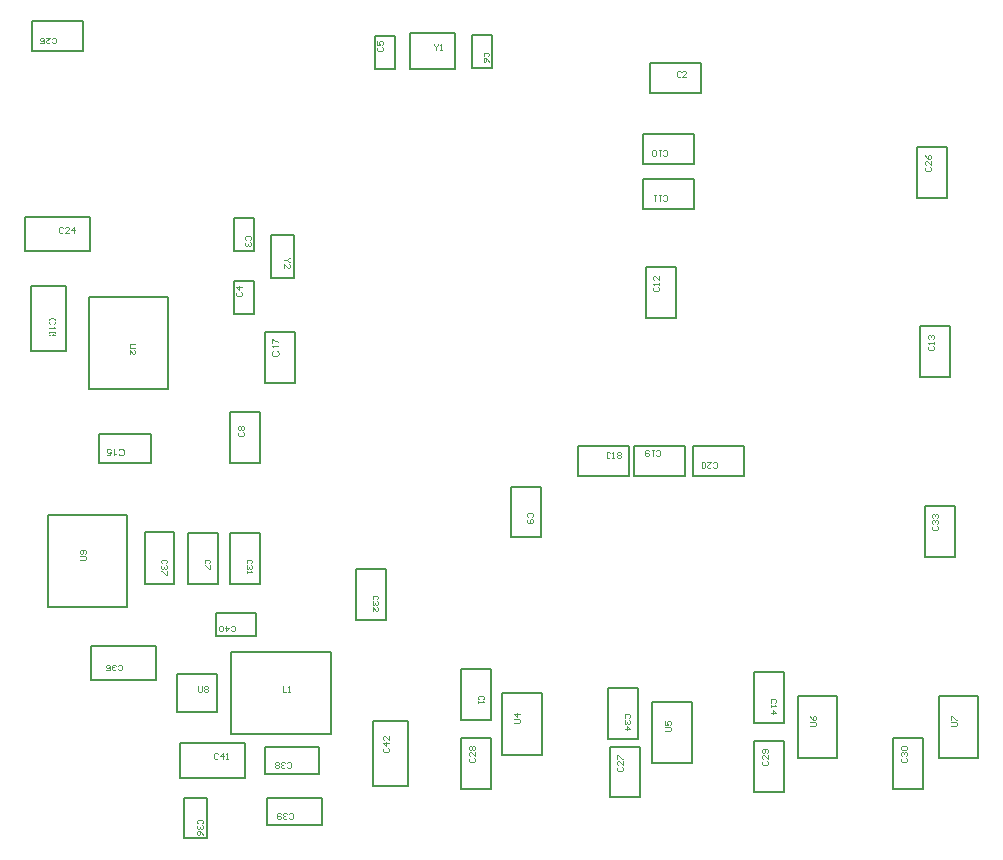
<source format=gbr>
G04*
G04 #@! TF.GenerationSoftware,Altium Limited,Altium Designer,24.2.2 (26)*
G04*
G04 Layer_Color=16711935*
%FSLAX44Y44*%
%MOMM*%
G71*
G04*
G04 #@! TF.SameCoordinates,251A4116-46B9-4EB5-9C36-AF9AACF17162*
G04*
G04*
G04 #@! TF.FilePolarity,Positive*
G04*
G01*
G75*
%ADD12C,0.2000*%
%ADD16C,0.1200*%
G36*
X229153Y484172D02*
X229172Y484153D01*
X229209Y484116D01*
X229264Y484079D01*
X229329Y484024D01*
X229403Y483950D01*
X229495Y483876D01*
X229606Y483793D01*
X229717Y483709D01*
X229846Y483608D01*
X229994Y483506D01*
X230142Y483404D01*
X230309Y483293D01*
X230485Y483182D01*
X230679Y483072D01*
X230873Y482961D01*
X230882Y482951D01*
X230919Y482933D01*
X230975Y482905D01*
X231058Y482859D01*
X231159Y482813D01*
X231270Y482757D01*
X231400Y482692D01*
X231548Y482628D01*
X231714Y482554D01*
X231880Y482471D01*
X232065Y482397D01*
X232260Y482323D01*
X232657Y482175D01*
X233083Y482036D01*
X233092D01*
X233119Y482027D01*
X233166Y482018D01*
X233221Y481999D01*
X233295Y481981D01*
X233388Y481962D01*
X233489Y481934D01*
X233600Y481916D01*
X233730Y481888D01*
X233868Y481860D01*
X234164Y481814D01*
X234488Y481768D01*
X234839Y481740D01*
Y480936D01*
X234830D01*
X234802D01*
X234765D01*
X234710Y480945D01*
X234636D01*
X234543Y480954D01*
X234442Y480964D01*
X234331Y480973D01*
X234201Y480991D01*
X234072Y481010D01*
X233915Y481037D01*
X233757Y481065D01*
X233591Y481093D01*
X233406Y481130D01*
X233027Y481222D01*
X233018D01*
X232981Y481232D01*
X232925Y481250D01*
X232842Y481278D01*
X232750Y481306D01*
X232639Y481343D01*
X232509Y481380D01*
X232371Y481435D01*
X232213Y481491D01*
X232056Y481546D01*
X231705Y481685D01*
X231335Y481851D01*
X230965Y482036D01*
X230956Y482045D01*
X230919Y482064D01*
X230873Y482091D01*
X230799Y482128D01*
X230716Y482175D01*
X230614Y482239D01*
X230503Y482304D01*
X230383Y482378D01*
X230115Y482554D01*
X229837Y482739D01*
X229551Y482951D01*
X229282Y483173D01*
Y480039D01*
X228524D01*
Y484181D01*
X229144D01*
X229153Y484172D01*
D02*
G37*
G36*
X234839Y477182D02*
X229837D01*
X229846Y477173D01*
X229883Y477127D01*
X229939Y477071D01*
X230004Y476979D01*
X230087Y476877D01*
X230179Y476748D01*
X230281Y476600D01*
X230383Y476433D01*
Y476424D01*
X230392Y476415D01*
X230429Y476359D01*
X230475Y476267D01*
X230531Y476156D01*
X230595Y476026D01*
X230660Y475888D01*
X230725Y475749D01*
X230780Y475610D01*
X230022D01*
Y475620D01*
X230004Y475638D01*
X229994Y475675D01*
X229967Y475721D01*
X229939Y475777D01*
X229902Y475841D01*
X229809Y475999D01*
X229708Y476184D01*
X229578Y476368D01*
X229431Y476563D01*
X229273Y476757D01*
X229264Y476766D01*
X229255Y476775D01*
X229227Y476803D01*
X229199Y476840D01*
X229107Y476923D01*
X228996Y477034D01*
X228867Y477145D01*
X228718Y477265D01*
X228571Y477367D01*
X228413Y477459D01*
Y477968D01*
X234839D01*
Y477182D01*
D02*
G37*
G36*
X232861Y474279D02*
X232916Y474260D01*
X232990Y474233D01*
X233073Y474205D01*
X233175Y474168D01*
X233286Y474122D01*
X233406Y474066D01*
X233665Y473937D01*
X233924Y473770D01*
X234053Y473669D01*
X234183Y473567D01*
X234294Y473456D01*
X234405Y473327D01*
X234414Y473317D01*
X234432Y473299D01*
X234451Y473253D01*
X234488Y473206D01*
X234534Y473133D01*
X234580Y473059D01*
X234627Y472957D01*
X234673Y472855D01*
X234728Y472735D01*
X234774Y472606D01*
X234821Y472467D01*
X234867Y472319D01*
X234904Y472162D01*
X234922Y471995D01*
X234941Y471820D01*
X234950Y471635D01*
Y471533D01*
X234941Y471459D01*
Y471376D01*
X234932Y471274D01*
X234913Y471163D01*
X234895Y471034D01*
X234848Y470766D01*
X234774Y470488D01*
X234673Y470211D01*
X234608Y470081D01*
X234534Y469952D01*
X234525Y469943D01*
X234515Y469924D01*
X234488Y469887D01*
X234451Y469850D01*
X234414Y469795D01*
X234358Y469730D01*
X234294Y469656D01*
X234220Y469582D01*
X234137Y469508D01*
X234053Y469425D01*
X233841Y469259D01*
X233591Y469101D01*
X233314Y468963D01*
X233304D01*
X233277Y468944D01*
X233230Y468935D01*
X233175Y468907D01*
X233101Y468889D01*
X233008Y468861D01*
X232907Y468824D01*
X232796Y468796D01*
X232676Y468769D01*
X232537Y468732D01*
X232250Y468685D01*
X231927Y468648D01*
X231594Y468630D01*
X231585D01*
X231548D01*
X231492D01*
X231427Y468639D01*
X231335D01*
X231243Y468648D01*
X231122Y468658D01*
X231002Y468676D01*
X230734Y468722D01*
X230438Y468787D01*
X230142Y468880D01*
X229856Y469009D01*
X229846Y469018D01*
X229819Y469027D01*
X229782Y469046D01*
X229736Y469083D01*
X229671Y469120D01*
X229597Y469166D01*
X229431Y469286D01*
X229245Y469444D01*
X229061Y469628D01*
X228876Y469841D01*
X228718Y470091D01*
X228709Y470100D01*
X228700Y470128D01*
X228682Y470165D01*
X228654Y470211D01*
X228626Y470285D01*
X228598Y470359D01*
X228561Y470451D01*
X228524Y470553D01*
X228487Y470664D01*
X228450Y470784D01*
X228395Y471043D01*
X228349Y471339D01*
X228330Y471644D01*
Y471736D01*
X228340Y471801D01*
X228349Y471884D01*
X228358Y471986D01*
X228367Y472088D01*
X228395Y472208D01*
X228450Y472458D01*
X228534Y472735D01*
X228589Y472874D01*
X228654Y473003D01*
X228737Y473133D01*
X228820Y473262D01*
X228829Y473271D01*
X228839Y473290D01*
X228867Y473327D01*
X228913Y473373D01*
X228959Y473419D01*
X229024Y473484D01*
X229098Y473549D01*
X229172Y473623D01*
X229264Y473697D01*
X229375Y473770D01*
X229486Y473854D01*
X229606Y473928D01*
X229745Y473992D01*
X229883Y474066D01*
X230031Y474122D01*
X230198Y474177D01*
X230392Y473345D01*
X230383D01*
X230364Y473336D01*
X230327Y473317D01*
X230281Y473299D01*
X230226Y473280D01*
X230152Y473253D01*
X230004Y473179D01*
X229837Y473086D01*
X229671Y472975D01*
X229514Y472837D01*
X229375Y472689D01*
X229356Y472670D01*
X229319Y472615D01*
X229273Y472522D01*
X229209Y472402D01*
X229153Y472245D01*
X229098Y472069D01*
X229061Y471857D01*
X229051Y471625D01*
Y471552D01*
X229061Y471505D01*
Y471441D01*
X229070Y471367D01*
X229098Y471191D01*
X229135Y470997D01*
X229199Y470793D01*
X229292Y470581D01*
X229412Y470387D01*
Y470377D01*
X229431Y470368D01*
X229477Y470303D01*
X229551Y470220D01*
X229662Y470118D01*
X229800Y469998D01*
X229958Y469887D01*
X230152Y469786D01*
X230364Y469693D01*
X230373D01*
X230392Y469684D01*
X230420Y469675D01*
X230466Y469665D01*
X230521Y469647D01*
X230586Y469628D01*
X230743Y469601D01*
X230928Y469564D01*
X231132Y469527D01*
X231353Y469508D01*
X231594Y469499D01*
X231603D01*
X231631D01*
X231677D01*
X231733D01*
X231797Y469508D01*
X231880D01*
X231973Y469518D01*
X232075Y469527D01*
X232297Y469554D01*
X232537Y469601D01*
X232777Y469656D01*
X233018Y469730D01*
X233027D01*
X233046Y469739D01*
X233073Y469758D01*
X233119Y469776D01*
X233230Y469832D01*
X233360Y469915D01*
X233508Y470017D01*
X233665Y470146D01*
X233804Y470294D01*
X233933Y470470D01*
Y470479D01*
X233942Y470498D01*
X233961Y470525D01*
X233979Y470562D01*
X233998Y470608D01*
X234025Y470664D01*
X234081Y470793D01*
X234137Y470960D01*
X234183Y471145D01*
X234220Y471348D01*
X234229Y471561D01*
Y471625D01*
X234220Y471681D01*
Y471746D01*
X234210Y471810D01*
X234173Y471977D01*
X234127Y472171D01*
X234053Y472365D01*
X233952Y472569D01*
X233896Y472670D01*
X233822Y472763D01*
X233813Y472772D01*
X233804Y472781D01*
X233776Y472809D01*
X233748Y472846D01*
X233702Y472883D01*
X233646Y472929D01*
X233591Y472985D01*
X233517Y473031D01*
X233434Y473086D01*
X233341Y473151D01*
X233249Y473206D01*
X233138Y473262D01*
X233018Y473308D01*
X232888Y473354D01*
X232750Y473401D01*
X232602Y473438D01*
X232814Y474288D01*
X232824D01*
X232861Y474279D01*
D02*
G37*
G36*
X90882Y391151D02*
X90956Y391142D01*
X91039Y391132D01*
X91141Y391123D01*
X91243Y391095D01*
X91474Y391040D01*
X91705Y390957D01*
X91825Y390901D01*
X91945Y390836D01*
X92056Y390762D01*
X92167Y390679D01*
X92176Y390670D01*
X92195Y390661D01*
X92213Y390624D01*
X92250Y390587D01*
X92296Y390541D01*
X92343Y390485D01*
X92398Y390411D01*
X92444Y390328D01*
X92500Y390245D01*
X92555Y390143D01*
X92657Y389921D01*
X92740Y389662D01*
X92768Y389524D01*
X92787Y389376D01*
X91964Y389311D01*
Y389320D01*
Y389339D01*
X91954Y389366D01*
X91945Y389413D01*
X91917Y389514D01*
X91880Y389653D01*
X91825Y389792D01*
X91751Y389949D01*
X91658Y390088D01*
X91548Y390217D01*
X91529Y390226D01*
X91492Y390263D01*
X91418Y390309D01*
X91316Y390365D01*
X91206Y390420D01*
X91067Y390467D01*
X90910Y390504D01*
X90734Y390513D01*
X90679D01*
X90641Y390504D01*
X90531Y390494D01*
X90401Y390457D01*
X90244Y390411D01*
X90087Y390337D01*
X89920Y390226D01*
X89846Y390162D01*
X89772Y390088D01*
X89763Y390078D01*
X89754Y390069D01*
X89735Y390041D01*
X89708Y390014D01*
X89643Y389912D01*
X89569Y389782D01*
X89504Y389625D01*
X89440Y389431D01*
X89393Y389200D01*
X89375Y389080D01*
Y388950D01*
Y388941D01*
Y388923D01*
Y388886D01*
X89384Y388839D01*
Y388784D01*
X89393Y388719D01*
X89421Y388571D01*
X89467Y388396D01*
X89532Y388220D01*
X89625Y388054D01*
X89754Y387896D01*
Y387887D01*
X89772Y387878D01*
X89819Y387832D01*
X89902Y387767D01*
X90013Y387693D01*
X90161Y387628D01*
X90327Y387564D01*
X90521Y387517D01*
X90632Y387499D01*
X90808D01*
X90882Y387508D01*
X90974Y387517D01*
X91085Y387545D01*
X91196Y387573D01*
X91316Y387619D01*
X91437Y387674D01*
X91446Y387684D01*
X91483Y387702D01*
X91538Y387748D01*
X91612Y387795D01*
X91686Y387859D01*
X91760Y387943D01*
X91843Y388026D01*
X91908Y388128D01*
X92648Y388026D01*
X92028Y384734D01*
X88848D01*
Y385483D01*
X91409D01*
X91751Y387212D01*
X91742Y387203D01*
X91723Y387194D01*
X91695Y387175D01*
X91649Y387147D01*
X91594Y387120D01*
X91529Y387083D01*
X91381Y387009D01*
X91196Y386935D01*
X90993Y386870D01*
X90771Y386824D01*
X90660Y386805D01*
X90457D01*
X90401Y386815D01*
X90327Y386824D01*
X90244Y386833D01*
X90152Y386852D01*
X90050Y386879D01*
X89828Y386944D01*
X89708Y386990D01*
X89587Y387055D01*
X89467Y387120D01*
X89347Y387194D01*
X89236Y387286D01*
X89125Y387388D01*
X89116Y387397D01*
X89097Y387416D01*
X89070Y387443D01*
X89033Y387490D01*
X88987Y387554D01*
X88940Y387619D01*
X88885Y387702D01*
X88829Y387795D01*
X88783Y387896D01*
X88728Y388007D01*
X88681Y388137D01*
X88635Y388266D01*
X88598Y388405D01*
X88570Y388562D01*
X88552Y388719D01*
X88543Y388886D01*
Y388895D01*
Y388923D01*
Y388969D01*
X88552Y389034D01*
X88561Y389108D01*
X88570Y389191D01*
X88589Y389292D01*
X88608Y389394D01*
X88663Y389635D01*
X88755Y389884D01*
X88811Y390014D01*
X88885Y390134D01*
X88959Y390263D01*
X89051Y390383D01*
X89060Y390393D01*
X89079Y390420D01*
X89116Y390457D01*
X89162Y390504D01*
X89227Y390559D01*
X89301Y390633D01*
X89393Y390698D01*
X89495Y390772D01*
X89606Y390846D01*
X89735Y390910D01*
X89874Y390975D01*
X90022Y391040D01*
X90179Y391086D01*
X90355Y391123D01*
X90540Y391151D01*
X90734Y391160D01*
X90817D01*
X90882Y391151D01*
D02*
G37*
G36*
X101311D02*
X101394D01*
X101496Y391142D01*
X101607Y391123D01*
X101736Y391105D01*
X102004Y391058D01*
X102282Y390984D01*
X102559Y390883D01*
X102689Y390818D01*
X102818Y390744D01*
X102827Y390735D01*
X102846Y390726D01*
X102883Y390698D01*
X102920Y390661D01*
X102975Y390624D01*
X103040Y390568D01*
X103114Y390504D01*
X103188Y390430D01*
X103262Y390346D01*
X103345Y390263D01*
X103511Y390051D01*
X103669Y389801D01*
X103807Y389524D01*
Y389514D01*
X103826Y389487D01*
X103835Y389440D01*
X103863Y389385D01*
X103881Y389311D01*
X103909Y389218D01*
X103946Y389117D01*
X103974Y389006D01*
X104001Y388886D01*
X104038Y388747D01*
X104085Y388460D01*
X104122Y388137D01*
X104140Y387804D01*
Y387795D01*
Y387758D01*
Y387702D01*
X104131Y387637D01*
Y387545D01*
X104122Y387453D01*
X104112Y387332D01*
X104094Y387212D01*
X104048Y386944D01*
X103983Y386648D01*
X103890Y386352D01*
X103761Y386066D01*
X103752Y386057D01*
X103743Y386029D01*
X103724Y385992D01*
X103687Y385946D01*
X103650Y385881D01*
X103604Y385807D01*
X103484Y385640D01*
X103327Y385456D01*
X103142Y385271D01*
X102929Y385086D01*
X102679Y384929D01*
X102670Y384919D01*
X102642Y384910D01*
X102605Y384892D01*
X102559Y384864D01*
X102485Y384836D01*
X102411Y384808D01*
X102319Y384771D01*
X102217Y384734D01*
X102106Y384697D01*
X101986Y384660D01*
X101727Y384605D01*
X101431Y384559D01*
X101126Y384540D01*
X101034D01*
X100969Y384549D01*
X100886Y384559D01*
X100784Y384568D01*
X100682Y384577D01*
X100562Y384605D01*
X100312Y384660D01*
X100035Y384744D01*
X99896Y384799D01*
X99767Y384864D01*
X99637Y384947D01*
X99508Y385030D01*
X99499Y385039D01*
X99480Y385049D01*
X99443Y385076D01*
X99397Y385123D01*
X99351Y385169D01*
X99286Y385234D01*
X99221Y385308D01*
X99148Y385382D01*
X99073Y385474D01*
X99000Y385585D01*
X98916Y385696D01*
X98842Y385816D01*
X98778Y385955D01*
X98704Y386093D01*
X98648Y386241D01*
X98593Y386408D01*
X99425Y386602D01*
Y386593D01*
X99434Y386574D01*
X99453Y386537D01*
X99471Y386491D01*
X99489Y386436D01*
X99517Y386362D01*
X99591Y386214D01*
X99684Y386047D01*
X99795Y385881D01*
X99933Y385724D01*
X100081Y385585D01*
X100100Y385566D01*
X100155Y385530D01*
X100248Y385483D01*
X100368Y385419D01*
X100525Y385363D01*
X100701Y385308D01*
X100913Y385271D01*
X101145Y385261D01*
X101219D01*
X101265Y385271D01*
X101329D01*
X101403Y385280D01*
X101579Y385308D01*
X101773Y385345D01*
X101977Y385409D01*
X102189Y385502D01*
X102383Y385622D01*
X102393D01*
X102402Y385640D01*
X102467Y385687D01*
X102550Y385761D01*
X102652Y385872D01*
X102772Y386010D01*
X102883Y386167D01*
X102984Y386362D01*
X103077Y386574D01*
Y386584D01*
X103086Y386602D01*
X103095Y386630D01*
X103105Y386676D01*
X103123Y386731D01*
X103142Y386796D01*
X103169Y386953D01*
X103206Y387138D01*
X103243Y387342D01*
X103262Y387564D01*
X103271Y387804D01*
Y387813D01*
Y387841D01*
Y387887D01*
Y387943D01*
X103262Y388007D01*
Y388091D01*
X103252Y388183D01*
X103243Y388285D01*
X103216Y388507D01*
X103169Y388747D01*
X103114Y388987D01*
X103040Y389228D01*
Y389237D01*
X103031Y389255D01*
X103012Y389283D01*
X102994Y389329D01*
X102938Y389440D01*
X102855Y389570D01*
X102753Y389718D01*
X102624Y389875D01*
X102476Y390014D01*
X102300Y390143D01*
X102291D01*
X102273Y390152D01*
X102245Y390171D01*
X102208Y390189D01*
X102162Y390208D01*
X102106Y390235D01*
X101977Y390291D01*
X101810Y390346D01*
X101625Y390393D01*
X101422Y390430D01*
X101209Y390439D01*
X101145D01*
X101089Y390430D01*
X101024D01*
X100960Y390420D01*
X100793Y390383D01*
X100599Y390337D01*
X100405Y390263D01*
X100202Y390162D01*
X100100Y390106D01*
X100007Y390032D01*
X99998Y390023D01*
X99989Y390014D01*
X99961Y389986D01*
X99924Y389958D01*
X99887Y389912D01*
X99841Y389856D01*
X99785Y389801D01*
X99739Y389727D01*
X99684Y389644D01*
X99619Y389551D01*
X99564Y389459D01*
X99508Y389348D01*
X99462Y389228D01*
X99416Y389098D01*
X99369Y388960D01*
X99332Y388812D01*
X98482Y389024D01*
Y389034D01*
X98491Y389071D01*
X98510Y389126D01*
X98537Y389200D01*
X98565Y389283D01*
X98602Y389385D01*
X98648Y389496D01*
X98704Y389616D01*
X98833Y389875D01*
X99000Y390134D01*
X99101Y390263D01*
X99203Y390393D01*
X99314Y390504D01*
X99443Y390615D01*
X99453Y390624D01*
X99471Y390642D01*
X99517Y390661D01*
X99564Y390698D01*
X99637Y390744D01*
X99711Y390790D01*
X99813Y390836D01*
X99915Y390883D01*
X100035Y390938D01*
X100164Y390984D01*
X100303Y391031D01*
X100451Y391077D01*
X100608Y391114D01*
X100775Y391132D01*
X100950Y391151D01*
X101135Y391160D01*
X101237D01*
X101311Y391151D01*
D02*
G37*
G36*
X95588Y386047D02*
X95597Y386057D01*
X95643Y386093D01*
X95699Y386149D01*
X95791Y386214D01*
X95893Y386297D01*
X96022Y386389D01*
X96170Y386491D01*
X96337Y386593D01*
X96346D01*
X96355Y386602D01*
X96411Y386639D01*
X96503Y386685D01*
X96614Y386741D01*
X96744Y386805D01*
X96882Y386870D01*
X97021Y386935D01*
X97160Y386990D01*
Y386232D01*
X97150D01*
X97132Y386214D01*
X97095Y386204D01*
X97049Y386177D01*
X96993Y386149D01*
X96929Y386112D01*
X96771Y386020D01*
X96586Y385918D01*
X96402Y385788D01*
X96207Y385640D01*
X96013Y385483D01*
X96004Y385474D01*
X95995Y385465D01*
X95967Y385437D01*
X95930Y385409D01*
X95847Y385317D01*
X95736Y385206D01*
X95625Y385076D01*
X95505Y384929D01*
X95403Y384781D01*
X95310Y384623D01*
X94802D01*
Y391049D01*
X95588D01*
Y386047D01*
D02*
G37*
G36*
X42892Y501641D02*
X42985D01*
X43077Y501632D01*
X43198Y501622D01*
X43318Y501604D01*
X43586Y501558D01*
X43882Y501493D01*
X44178Y501400D01*
X44464Y501271D01*
X44473Y501262D01*
X44501Y501253D01*
X44538Y501234D01*
X44584Y501197D01*
X44649Y501160D01*
X44723Y501114D01*
X44889Y500994D01*
X45074Y500836D01*
X45259Y500652D01*
X45444Y500439D01*
X45601Y500189D01*
X45611Y500180D01*
X45620Y500152D01*
X45638Y500115D01*
X45666Y500069D01*
X45694Y499995D01*
X45722Y499921D01*
X45759Y499829D01*
X45796Y499727D01*
X45833Y499616D01*
X45869Y499496D01*
X45925Y499237D01*
X45971Y498941D01*
X45990Y498636D01*
Y498544D01*
X45981Y498479D01*
X45971Y498396D01*
X45962Y498294D01*
X45953Y498192D01*
X45925Y498072D01*
X45869Y497822D01*
X45786Y497545D01*
X45731Y497406D01*
X45666Y497277D01*
X45583Y497147D01*
X45500Y497018D01*
X45490Y497009D01*
X45481Y496990D01*
X45454Y496953D01*
X45407Y496907D01*
X45361Y496861D01*
X45296Y496796D01*
X45222Y496731D01*
X45148Y496657D01*
X45056Y496584D01*
X44945Y496510D01*
X44834Y496426D01*
X44714Y496352D01*
X44575Y496288D01*
X44436Y496214D01*
X44289Y496158D01*
X44122Y496103D01*
X43928Y496935D01*
X43937D01*
X43956Y496944D01*
X43993Y496963D01*
X44039Y496981D01*
X44094Y497000D01*
X44168Y497027D01*
X44316Y497101D01*
X44483Y497194D01*
X44649Y497305D01*
X44806Y497443D01*
X44945Y497591D01*
X44963Y497610D01*
X45000Y497665D01*
X45047Y497758D01*
X45111Y497878D01*
X45167Y498035D01*
X45222Y498211D01*
X45259Y498423D01*
X45269Y498655D01*
Y498728D01*
X45259Y498775D01*
Y498839D01*
X45250Y498913D01*
X45222Y499089D01*
X45185Y499283D01*
X45121Y499487D01*
X45028Y499699D01*
X44908Y499893D01*
Y499903D01*
X44889Y499912D01*
X44843Y499977D01*
X44769Y500060D01*
X44658Y500162D01*
X44520Y500282D01*
X44363Y500393D01*
X44168Y500494D01*
X43956Y500587D01*
X43946D01*
X43928Y500596D01*
X43900Y500605D01*
X43854Y500615D01*
X43798Y500633D01*
X43734Y500652D01*
X43577Y500679D01*
X43392Y500716D01*
X43188Y500753D01*
X42966Y500772D01*
X42726Y500781D01*
X42717D01*
X42689D01*
X42643D01*
X42587D01*
X42523Y500772D01*
X42439D01*
X42347Y500762D01*
X42245Y500753D01*
X42023Y500726D01*
X41783Y500679D01*
X41543Y500624D01*
X41302Y500550D01*
X41293D01*
X41274Y500541D01*
X41247Y500522D01*
X41200Y500504D01*
X41090Y500448D01*
X40960Y500365D01*
X40812Y500263D01*
X40655Y500134D01*
X40516Y499986D01*
X40387Y499810D01*
Y499801D01*
X40378Y499782D01*
X40359Y499755D01*
X40341Y499718D01*
X40322Y499672D01*
X40294Y499616D01*
X40239Y499487D01*
X40184Y499320D01*
X40137Y499135D01*
X40100Y498932D01*
X40091Y498719D01*
Y498655D01*
X40100Y498599D01*
Y498534D01*
X40110Y498470D01*
X40146Y498303D01*
X40193Y498109D01*
X40267Y497915D01*
X40368Y497711D01*
X40424Y497610D01*
X40498Y497517D01*
X40507Y497508D01*
X40516Y497499D01*
X40544Y497471D01*
X40572Y497434D01*
X40618Y497397D01*
X40673Y497351D01*
X40729Y497295D01*
X40803Y497249D01*
X40886Y497194D01*
X40979Y497129D01*
X41071Y497074D01*
X41182Y497018D01*
X41302Y496972D01*
X41432Y496926D01*
X41570Y496879D01*
X41718Y496842D01*
X41506Y495992D01*
X41496D01*
X41459Y496001D01*
X41404Y496020D01*
X41330Y496047D01*
X41247Y496075D01*
X41145Y496112D01*
X41034Y496158D01*
X40914Y496214D01*
X40655Y496343D01*
X40396Y496510D01*
X40267Y496611D01*
X40137Y496713D01*
X40026Y496824D01*
X39915Y496953D01*
X39906Y496963D01*
X39888Y496981D01*
X39869Y497027D01*
X39832Y497074D01*
X39786Y497147D01*
X39740Y497221D01*
X39694Y497323D01*
X39647Y497425D01*
X39592Y497545D01*
X39546Y497674D01*
X39499Y497813D01*
X39453Y497961D01*
X39416Y498118D01*
X39398Y498285D01*
X39379Y498460D01*
X39370Y498645D01*
Y498747D01*
X39379Y498821D01*
Y498904D01*
X39388Y499006D01*
X39407Y499117D01*
X39425Y499246D01*
X39472Y499514D01*
X39546Y499792D01*
X39647Y500069D01*
X39712Y500199D01*
X39786Y500328D01*
X39795Y500337D01*
X39804Y500356D01*
X39832Y500393D01*
X39869Y500430D01*
X39906Y500485D01*
X39962Y500550D01*
X40026Y500624D01*
X40100Y500698D01*
X40184Y500772D01*
X40267Y500855D01*
X40479Y501021D01*
X40729Y501179D01*
X41006Y501317D01*
X41016D01*
X41043Y501336D01*
X41090Y501345D01*
X41145Y501373D01*
X41219Y501391D01*
X41311Y501419D01*
X41413Y501456D01*
X41524Y501484D01*
X41644Y501511D01*
X41783Y501548D01*
X42070Y501595D01*
X42393Y501632D01*
X42726Y501650D01*
X42735D01*
X42772D01*
X42828D01*
X42892Y501641D01*
D02*
G37*
G36*
X44298Y494660D02*
X44316Y494642D01*
X44325Y494605D01*
X44353Y494559D01*
X44381Y494503D01*
X44418Y494439D01*
X44510Y494281D01*
X44612Y494096D01*
X44742Y493912D01*
X44889Y493717D01*
X45047Y493523D01*
X45056Y493514D01*
X45065Y493505D01*
X45093Y493477D01*
X45121Y493440D01*
X45213Y493357D01*
X45324Y493246D01*
X45454Y493135D01*
X45601Y493015D01*
X45749Y492913D01*
X45907Y492821D01*
Y492312D01*
X39481D01*
Y493098D01*
X44483D01*
X44473Y493107D01*
X44436Y493153D01*
X44381Y493209D01*
X44316Y493301D01*
X44233Y493403D01*
X44141Y493532D01*
X44039Y493680D01*
X43937Y493847D01*
Y493856D01*
X43928Y493865D01*
X43891Y493921D01*
X43845Y494013D01*
X43789Y494124D01*
X43725Y494254D01*
X43660Y494392D01*
X43595Y494531D01*
X43540Y494670D01*
X44298D01*
Y494660D01*
D02*
G37*
G36*
X42643Y490324D02*
X42772D01*
X42920Y490315D01*
X43096Y490297D01*
X43290Y490278D01*
X43503Y490250D01*
X43715Y490213D01*
X43946Y490167D01*
X44168Y490112D01*
X44390Y490047D01*
X44603Y489964D01*
X44806Y489871D01*
X45000Y489770D01*
X45167Y489649D01*
X45176Y489640D01*
X45195Y489622D01*
X45232Y489585D01*
X45287Y489538D01*
X45342Y489483D01*
X45398Y489409D01*
X45472Y489316D01*
X45537Y489224D01*
X45601Y489113D01*
X45675Y488993D01*
X45731Y488854D01*
X45796Y488716D01*
X45842Y488558D01*
X45879Y488392D01*
X45897Y488216D01*
X45907Y488031D01*
Y487957D01*
X45897Y487902D01*
Y487837D01*
X45888Y487763D01*
X45851Y487588D01*
X45805Y487393D01*
X45731Y487190D01*
X45620Y486987D01*
X45555Y486885D01*
X45481Y486792D01*
X45472Y486783D01*
X45463Y486774D01*
X45435Y486746D01*
X45407Y486718D01*
X45361Y486672D01*
X45306Y486635D01*
X45176Y486534D01*
X45010Y486432D01*
X44806Y486339D01*
X44575Y486256D01*
X44316Y486201D01*
X44251Y486987D01*
X44261D01*
X44270Y486996D01*
X44325Y487005D01*
X44409Y487033D01*
X44510Y487070D01*
X44621Y487107D01*
X44732Y487162D01*
X44834Y487227D01*
X44917Y487292D01*
X44936Y487310D01*
X44973Y487347D01*
X45028Y487412D01*
X45093Y487504D01*
X45148Y487625D01*
X45204Y487754D01*
X45241Y487911D01*
X45259Y488078D01*
Y488142D01*
X45250Y488216D01*
X45232Y488299D01*
X45204Y488410D01*
X45167Y488521D01*
X45121Y488632D01*
X45047Y488743D01*
X45037Y488762D01*
X45000Y488808D01*
X44936Y488873D01*
X44843Y488956D01*
X44732Y489048D01*
X44603Y489150D01*
X44436Y489243D01*
X44251Y489335D01*
X44242D01*
X44224Y489344D01*
X44196Y489353D01*
X44159Y489372D01*
X44104Y489381D01*
X44039Y489400D01*
X43965Y489418D01*
X43872Y489437D01*
X43771Y489464D01*
X43660Y489483D01*
X43540Y489501D01*
X43410Y489511D01*
X43262Y489529D01*
X43114Y489538D01*
X42948Y489548D01*
X42782D01*
X42791Y489538D01*
X42846Y489501D01*
X42920Y489437D01*
X43013Y489353D01*
X43124Y489261D01*
X43225Y489141D01*
X43327Y489011D01*
X43419Y488863D01*
Y488854D01*
X43429Y488845D01*
X43456Y488789D01*
X43484Y488706D01*
X43530Y488595D01*
X43567Y488466D01*
X43595Y488318D01*
X43623Y488161D01*
X43632Y487994D01*
Y487920D01*
X43623Y487865D01*
X43614Y487791D01*
X43604Y487717D01*
X43586Y487625D01*
X43558Y487532D01*
X43493Y487319D01*
X43447Y487208D01*
X43383Y487098D01*
X43318Y486987D01*
X43244Y486866D01*
X43151Y486755D01*
X43050Y486654D01*
X43040Y486645D01*
X43022Y486626D01*
X42994Y486598D01*
X42948Y486571D01*
X42883Y486524D01*
X42818Y486478D01*
X42735Y486432D01*
X42643Y486376D01*
X42541Y486321D01*
X42430Y486275D01*
X42301Y486228D01*
X42171Y486182D01*
X42033Y486155D01*
X41875Y486127D01*
X41718Y486108D01*
X41552Y486099D01*
X41543D01*
X41524D01*
X41496D01*
X41450D01*
X41395Y486108D01*
X41339D01*
X41191Y486136D01*
X41016Y486164D01*
X40831Y486210D01*
X40627Y486275D01*
X40433Y486367D01*
X40424D01*
X40415Y486376D01*
X40387Y486395D01*
X40350Y486413D01*
X40258Y486469D01*
X40137Y486552D01*
X40008Y486654D01*
X39878Y486774D01*
X39749Y486922D01*
X39638Y487079D01*
Y487088D01*
X39629Y487098D01*
X39610Y487125D01*
X39601Y487162D01*
X39555Y487255D01*
X39509Y487375D01*
X39453Y487532D01*
X39416Y487708D01*
X39379Y487902D01*
X39370Y488115D01*
Y488161D01*
X39379Y488207D01*
Y488281D01*
X39388Y488364D01*
X39407Y488457D01*
X39435Y488568D01*
X39462Y488679D01*
X39499Y488808D01*
X39546Y488937D01*
X39601Y489067D01*
X39675Y489206D01*
X39758Y489335D01*
X39851Y489464D01*
X39962Y489594D01*
X40091Y489714D01*
X40100Y489723D01*
X40128Y489742D01*
X40165Y489770D01*
X40230Y489807D01*
X40313Y489862D01*
X40405Y489908D01*
X40526Y489964D01*
X40655Y490019D01*
X40812Y490084D01*
X40988Y490139D01*
X41182Y490186D01*
X41395Y490232D01*
X41635Y490278D01*
X41894Y490306D01*
X42171Y490324D01*
X42467Y490334D01*
X42476D01*
X42486D01*
X42513D01*
X42550D01*
X42643Y490324D01*
D02*
G37*
%LPC*%
G36*
X41552Y489427D02*
X41533D01*
X41487D01*
X41404Y489418D01*
X41302Y489409D01*
X41182Y489390D01*
X41053Y489353D01*
X40914Y489316D01*
X40775Y489261D01*
X40757Y489252D01*
X40711Y489224D01*
X40646Y489187D01*
X40563Y489132D01*
X40479Y489067D01*
X40378Y488984D01*
X40294Y488891D01*
X40211Y488780D01*
X40202Y488762D01*
X40184Y488725D01*
X40146Y488660D01*
X40119Y488577D01*
X40082Y488484D01*
X40045Y488373D01*
X40026Y488253D01*
X40017Y488124D01*
Y488078D01*
X40026Y488041D01*
X40036Y487948D01*
X40063Y487828D01*
X40119Y487699D01*
X40184Y487551D01*
X40285Y487403D01*
X40341Y487329D01*
X40415Y487264D01*
X40424D01*
X40433Y487245D01*
X40489Y487208D01*
X40581Y487153D01*
X40701Y487079D01*
X40858Y487014D01*
X41043Y486959D01*
X41256Y486922D01*
X41506Y486903D01*
X41515D01*
X41533D01*
X41570D01*
X41617Y486913D01*
X41672D01*
X41737Y486922D01*
X41885Y486950D01*
X42051Y486987D01*
X42227Y487051D01*
X42393Y487144D01*
X42550Y487264D01*
X42569Y487282D01*
X42615Y487329D01*
X42671Y487403D01*
X42744Y487504D01*
X42818Y487634D01*
X42874Y487782D01*
X42920Y487957D01*
X42939Y488152D01*
Y488207D01*
X42929Y488244D01*
X42920Y488336D01*
X42892Y488466D01*
X42846Y488605D01*
X42772Y488762D01*
X42680Y488910D01*
X42550Y489058D01*
X42532Y489076D01*
X42486Y489113D01*
X42402Y489178D01*
X42282Y489243D01*
X42144Y489307D01*
X41968Y489372D01*
X41774Y489409D01*
X41552Y489427D01*
D02*
G37*
%LPD*%
D12*
X19459Y587301D02*
X74521D01*
Y558239D02*
Y587301D01*
X19459Y558239D02*
X74521D01*
X19459D02*
Y587301D01*
X140180Y441829D02*
Y519871D01*
X73180Y441829D02*
X140180D01*
X73180D02*
Y519871D01*
X140180D01*
X315350Y712560D02*
Y740560D01*
X332350D01*
Y712560D02*
Y740560D01*
X315350Y712560D02*
X332350D01*
X414900Y713710D02*
Y741710D01*
X397900Y713710D02*
X414900D01*
X397900D02*
Y741710D01*
X414900D01*
X548331Y717631D02*
X591393D01*
Y692069D02*
Y717631D01*
X548331Y692069D02*
X591393D01*
X548331D02*
Y717631D01*
X774619Y603677D02*
Y646739D01*
X800181D01*
Y603677D02*
Y646739D01*
X774619Y603677D02*
X800181D01*
X222169Y447099D02*
X247731D01*
Y490161D01*
X222169D02*
X247731D01*
X222169Y447099D02*
Y490161D01*
X82140Y378660D02*
X126140D01*
X82140D02*
Y403660D01*
X126140D01*
Y378660D02*
Y403660D01*
X345490Y743210D02*
X383490D01*
Y712210D02*
Y743210D01*
X345490Y712210D02*
X383490D01*
X345490D02*
Y743210D01*
X793100Y129430D02*
Y181430D01*
X826600D01*
Y129430D02*
Y181430D01*
X793100Y129430D02*
X826600D01*
X673570D02*
Y181430D01*
X707070D01*
Y129430D02*
Y181430D01*
X673570Y129430D02*
X707070D01*
X325201Y246439D02*
Y289501D01*
X299639Y246439D02*
X325201D01*
X299639D02*
Y289501D01*
X325201D01*
X222410Y115469D02*
X268472D01*
X222410D02*
Y138531D01*
X268472D01*
Y115469D02*
Y138531D01*
X224619Y72289D02*
X270681D01*
X224619D02*
Y95351D01*
X270681D01*
Y72289D02*
Y95351D01*
X193945Y149530D02*
Y218770D01*
Y149530D02*
X278495D01*
Y218770D01*
X193945D02*
X278495D01*
X456011Y315921D02*
Y358983D01*
X430449Y315921D02*
X456011D01*
X430449D02*
Y358983D01*
X456011D01*
X218521Y276919D02*
Y319981D01*
X192959Y276919D02*
X218521D01*
X192959D02*
Y319981D01*
X218521D01*
X24839Y529181D02*
X53901D01*
X24839Y474119D02*
Y529181D01*
Y474119D02*
X53901D01*
Y529181D01*
X535097Y368219D02*
X578159D01*
X535097D02*
Y393781D01*
X578159D01*
Y368219D02*
Y393781D01*
X585411Y632379D02*
Y657941D01*
X542349D02*
X585411D01*
X542349Y632379D02*
Y657941D01*
Y632379D02*
X585411D01*
X75339Y195019D02*
X130401D01*
X75339D02*
Y224081D01*
X130401D01*
Y195019D02*
Y224081D01*
X154049Y95383D02*
X173611D01*
X154049Y61221D02*
Y95383D01*
Y61221D02*
X173611D01*
Y95383D01*
X487739Y393781D02*
X530801D01*
Y368219D02*
Y393781D01*
X487739Y368219D02*
X530801D01*
X487739D02*
Y393781D01*
X544749Y501709D02*
Y544771D01*
X570311D01*
Y501709D02*
Y544771D01*
X544749Y501709D02*
X570311D01*
X662174Y159056D02*
Y202118D01*
X636612Y159056D02*
X662174D01*
X636612D02*
Y202118D01*
X662174D01*
X145850Y276450D02*
Y320450D01*
X120850Y276450D02*
X145850D01*
X120850D02*
Y320450D01*
X145850D01*
X314399Y105819D02*
Y160881D01*
X343461D01*
Y105819D02*
Y160881D01*
X314399Y105819D02*
X343461D01*
X38890Y256889D02*
Y334931D01*
X105890D01*
Y256889D02*
Y334931D01*
X38890Y256889D02*
X105890D01*
X150501Y141531D02*
X205563D01*
Y112469D02*
Y141531D01*
X150501Y112469D02*
X205563D01*
X150501D02*
Y141531D01*
X147670Y200150D02*
X181660D01*
Y168150D02*
Y200150D01*
X147670Y168150D02*
X181660D01*
X147670D02*
Y200150D01*
X215201Y232789D02*
Y252351D01*
X181039D02*
X215201D01*
X181039Y232789D02*
Y252351D01*
Y232789D02*
X215201D01*
X754299Y103297D02*
Y146359D01*
X779861D01*
Y103297D02*
Y146359D01*
X754299Y103297D02*
X779861D01*
X636612Y100389D02*
X662174D01*
Y143451D01*
X636612D02*
X662174D01*
X636612Y100389D02*
Y143451D01*
X514269Y95833D02*
Y138895D01*
X539831D01*
Y95833D02*
Y138895D01*
X514269Y95833D02*
X539831D01*
X388656Y103098D02*
Y146160D01*
X414218D01*
Y103098D02*
Y146160D01*
X388656Y103098D02*
X414218D01*
X192959Y378887D02*
Y421949D01*
X218521D01*
Y378887D02*
Y421949D01*
X192959Y378887D02*
X218521D01*
X585411Y594279D02*
Y619841D01*
X542349D02*
X585411D01*
X542349Y594279D02*
Y619841D01*
Y594279D02*
X585411D01*
X182961Y276919D02*
Y319981D01*
X157399Y276919D02*
X182961D01*
X157399D02*
Y319981D01*
X182961D01*
X388656Y204827D02*
X414218D01*
X388656Y161765D02*
Y204827D01*
Y161765D02*
X414218D01*
Y204827D01*
X628223Y368219D02*
Y393781D01*
X585161D02*
X628223D01*
X585161Y368219D02*
Y393781D01*
Y368219D02*
X628223D01*
X212970Y558650D02*
Y586650D01*
X195970Y558650D02*
X212970D01*
X195970D02*
Y586650D01*
X212970D01*
X777159Y451811D02*
Y494873D01*
X802721D01*
Y451811D02*
Y494873D01*
X777159Y451811D02*
X802721D01*
X227490Y572220D02*
X247490D01*
X227490Y535220D02*
Y572220D01*
Y535220D02*
X247490D01*
Y572220D01*
X68521Y727629D02*
Y753191D01*
X25459D02*
X68521D01*
X25459Y727629D02*
Y753191D01*
Y727629D02*
X68521D01*
X195970Y505430D02*
X212970D01*
Y533430D01*
X195970D02*
X212970D01*
X195970Y505430D02*
Y533430D01*
X550380Y124874D02*
X583880D01*
Y176873D01*
X550380D02*
X583880D01*
X550380Y124874D02*
Y176873D01*
X423230Y131970D02*
X456730D01*
Y183970D01*
X423230D02*
X456730D01*
X423230Y131970D02*
Y183970D01*
X512999Y188792D02*
X538561D01*
X512999Y145730D02*
Y188792D01*
Y145730D02*
X538561D01*
Y188792D01*
X780969Y299779D02*
X806531D01*
Y342841D01*
X780969D02*
X806531D01*
X780969Y299779D02*
Y342841D01*
D16*
X559348Y601695D02*
X560181Y600862D01*
X561847D01*
X562680Y601695D01*
Y605027D01*
X561847Y605860D01*
X560181D01*
X559348Y605027D01*
X557682Y605860D02*
X556016D01*
X556849D01*
Y600862D01*
X557682Y601695D01*
X553516Y605860D02*
X551850D01*
X552683D01*
Y600862D01*
X553516Y601695D01*
X51522Y578135D02*
X50689Y578968D01*
X49023D01*
X48190Y578135D01*
Y574803D01*
X49023Y573970D01*
X50689D01*
X51522Y574803D01*
X56521Y573970D02*
X53188D01*
X56521Y577302D01*
Y578135D01*
X55687Y578968D01*
X54021D01*
X53188Y578135D01*
X60686Y573970D02*
Y578968D01*
X58187Y576469D01*
X61519D01*
X112878Y479650D02*
X108713D01*
X107880Y478817D01*
Y477151D01*
X108713Y476318D01*
X112878D01*
X107880Y471320D02*
Y474652D01*
X111212Y471320D01*
X112045D01*
X112878Y472153D01*
Y473819D01*
X112045Y474652D01*
X318485Y731092D02*
X317652Y730259D01*
Y728593D01*
X318485Y727760D01*
X321817D01*
X322650Y728593D01*
Y730259D01*
X321817Y731092D01*
X317652Y736090D02*
Y732758D01*
X320151D01*
X319318Y734424D01*
Y735257D01*
X320151Y736090D01*
X321817D01*
X322650Y735257D01*
Y733591D01*
X321817Y732758D01*
X411765Y723178D02*
X412598Y724011D01*
Y725677D01*
X411765Y726510D01*
X408433D01*
X407600Y725677D01*
Y724011D01*
X408433Y723178D01*
X412598Y718179D02*
X411765Y719846D01*
X410099Y721512D01*
X408433D01*
X407600Y720679D01*
Y719013D01*
X408433Y718179D01*
X409266D01*
X410099Y719013D01*
Y721512D01*
X574394Y710215D02*
X573561Y711048D01*
X571895D01*
X571062Y710215D01*
Y706883D01*
X571895Y706050D01*
X573561D01*
X574394Y706883D01*
X579393Y706050D02*
X576060D01*
X579393Y709382D01*
Y710215D01*
X578560Y711048D01*
X576894D01*
X576060Y710215D01*
X782035Y629740D02*
X781202Y628907D01*
Y627241D01*
X782035Y626408D01*
X785367D01*
X786200Y627241D01*
Y628907D01*
X785367Y629740D01*
X786200Y634738D02*
Y631406D01*
X782868Y634738D01*
X782035D01*
X781202Y633905D01*
Y632239D01*
X782035Y631406D01*
X781202Y639737D02*
X782035Y638070D01*
X783701Y636404D01*
X785367D01*
X786200Y637238D01*
Y638904D01*
X785367Y639737D01*
X784534D01*
X783701Y638904D01*
Y636404D01*
X365690Y733908D02*
Y733075D01*
X367356Y731409D01*
X369022Y733075D01*
Y733908D01*
X367356Y731409D02*
Y728910D01*
X370688D02*
X372354D01*
X371521D01*
Y733908D01*
X370688Y733075D01*
X559348Y639795D02*
X560181Y638962D01*
X561847D01*
X562680Y639795D01*
Y643127D01*
X561847Y643960D01*
X560181D01*
X559348Y643127D01*
X557682Y643960D02*
X556016D01*
X556849D01*
Y638962D01*
X557682Y639795D01*
X553516D02*
X552683Y638962D01*
X551017D01*
X550184Y639795D01*
Y643127D01*
X551017Y643960D01*
X552683D01*
X553516Y643127D01*
Y639795D01*
X169195Y73770D02*
X170028Y74603D01*
Y76269D01*
X169195Y77102D01*
X165863D01*
X165030Y76269D01*
Y74603D01*
X165863Y73770D01*
X169195Y72104D02*
X170028Y71271D01*
Y69605D01*
X169195Y68772D01*
X168362D01*
X167529Y69605D01*
Y70438D01*
Y69605D01*
X166696Y68772D01*
X165863D01*
X165030Y69605D01*
Y71271D01*
X165863Y72104D01*
X170028Y63773D02*
X169195Y65440D01*
X167529Y67106D01*
X165863D01*
X165030Y66273D01*
Y64606D01*
X165863Y63773D01*
X166696D01*
X167529Y64606D01*
Y67106D01*
X803652Y156630D02*
X807817D01*
X808650Y157463D01*
Y159129D01*
X807817Y159962D01*
X803652D01*
Y161628D02*
Y164960D01*
X804485D01*
X807817Y161628D01*
X808650D01*
X684122Y156630D02*
X688287D01*
X689120Y157463D01*
Y159129D01*
X688287Y159962D01*
X684122D01*
Y164960D02*
X684955Y163294D01*
X686621Y161628D01*
X688287D01*
X689120Y162461D01*
Y164127D01*
X688287Y164960D01*
X687454D01*
X686621Y164127D01*
Y161628D01*
X317785Y263438D02*
X318618Y264271D01*
Y265937D01*
X317785Y266770D01*
X314453D01*
X313620Y265937D01*
Y264271D01*
X314453Y263438D01*
X317785Y261772D02*
X318618Y260939D01*
Y259273D01*
X317785Y258440D01*
X316952D01*
X316119Y259273D01*
Y260106D01*
Y259273D01*
X315286Y258440D01*
X314453D01*
X313620Y259273D01*
Y260939D01*
X314453Y261772D01*
X313620Y253441D02*
Y256773D01*
X316952Y253441D01*
X317785D01*
X318618Y254274D01*
Y255940D01*
X317785Y256773D01*
X240909Y121635D02*
X241742Y120802D01*
X243408D01*
X244241Y121635D01*
Y124967D01*
X243408Y125800D01*
X241742D01*
X240909Y124967D01*
X239243Y121635D02*
X238410Y120802D01*
X236744D01*
X235911Y121635D01*
Y122468D01*
X236744Y123301D01*
X237577D01*
X236744D01*
X235911Y124134D01*
Y124967D01*
X236744Y125800D01*
X238410D01*
X239243Y124967D01*
X234245Y121635D02*
X233412Y120802D01*
X231745D01*
X230912Y121635D01*
Y122468D01*
X231745Y123301D01*
X230912Y124134D01*
Y124967D01*
X231745Y125800D01*
X233412D01*
X234245Y124967D01*
Y124134D01*
X233412Y123301D01*
X234245Y122468D01*
Y121635D01*
X233412Y123301D02*
X231745D01*
X243118Y78455D02*
X243951Y77622D01*
X245617D01*
X246450Y78455D01*
Y81787D01*
X245617Y82620D01*
X243951D01*
X243118Y81787D01*
X241452Y78455D02*
X240619Y77622D01*
X238953D01*
X238120Y78455D01*
Y79288D01*
X238953Y80121D01*
X239786D01*
X238953D01*
X238120Y80954D01*
Y81787D01*
X238953Y82620D01*
X240619D01*
X241452Y81787D01*
X236453D02*
X235620Y82620D01*
X233954D01*
X233121Y81787D01*
Y78455D01*
X233954Y77622D01*
X235620D01*
X236453Y78455D01*
Y79288D01*
X235620Y80121D01*
X233121D01*
X237420Y190348D02*
Y185350D01*
X240752D01*
X242418D02*
X244084D01*
X243251D01*
Y190348D01*
X242418Y189515D01*
X448595Y332920D02*
X449428Y333753D01*
Y335419D01*
X448595Y336252D01*
X445263D01*
X444430Y335419D01*
Y333753D01*
X445263Y332920D01*
Y331254D02*
X444430Y330421D01*
Y328755D01*
X445263Y327922D01*
X448595D01*
X449428Y328755D01*
Y330421D01*
X448595Y331254D01*
X447762D01*
X446929Y330421D01*
Y327922D01*
X211105Y293918D02*
X211938Y294751D01*
Y296417D01*
X211105Y297250D01*
X207773D01*
X206940Y296417D01*
Y294751D01*
X207773Y293918D01*
X211105Y292252D02*
X211938Y291419D01*
Y289753D01*
X211105Y288920D01*
X210272D01*
X209439Y289753D01*
Y290586D01*
Y289753D01*
X208606Y288920D01*
X207773D01*
X206940Y289753D01*
Y291419D01*
X207773Y292252D01*
X206940Y287253D02*
Y285587D01*
Y286420D01*
X211938D01*
X211105Y287253D01*
X553366Y385795D02*
X554199Y384962D01*
X555865D01*
X556698Y385795D01*
Y389127D01*
X555865Y389960D01*
X554199D01*
X553366Y389127D01*
X551699Y389960D02*
X550033D01*
X550866D01*
Y384962D01*
X551699Y385795D01*
X547534Y389127D02*
X546701Y389960D01*
X545035D01*
X544202Y389127D01*
Y385795D01*
X545035Y384962D01*
X546701D01*
X547534Y385795D01*
Y386628D01*
X546701Y387461D01*
X544202D01*
X98338Y204185D02*
X99171Y203352D01*
X100837D01*
X101670Y204185D01*
Y207517D01*
X100837Y208350D01*
X99171D01*
X98338Y207517D01*
X96672Y204185D02*
X95839Y203352D01*
X94173D01*
X93340Y204185D01*
Y205018D01*
X94173Y205851D01*
X95006D01*
X94173D01*
X93340Y206684D01*
Y207517D01*
X94173Y208350D01*
X95839D01*
X96672Y207517D01*
X88341Y203352D02*
X91673D01*
Y205851D01*
X90007Y205018D01*
X89174D01*
X88341Y205851D01*
Y207517D01*
X89174Y208350D01*
X90840D01*
X91673Y207517D01*
X515072Y387635D02*
X514239Y388468D01*
X512573D01*
X511740Y387635D01*
Y384303D01*
X512573Y383470D01*
X514239D01*
X515072Y384303D01*
X516738Y383470D02*
X518405D01*
X517571D01*
Y388468D01*
X516738Y387635D01*
X520904D02*
X521737Y388468D01*
X523403D01*
X524236Y387635D01*
Y386802D01*
X523403Y385969D01*
X524236Y385136D01*
Y384303D01*
X523403Y383470D01*
X521737D01*
X520904Y384303D01*
Y385136D01*
X521737Y385969D01*
X520904Y386802D01*
Y387635D01*
X521737Y385969D02*
X523403D01*
X552165Y527772D02*
X551332Y526939D01*
Y525273D01*
X552165Y524440D01*
X555497D01*
X556330Y525273D01*
Y526939D01*
X555497Y527772D01*
X556330Y529438D02*
Y531104D01*
Y530271D01*
X551332D01*
X552165Y529438D01*
X556330Y536936D02*
Y533604D01*
X552998Y536936D01*
X552165D01*
X551332Y536103D01*
Y534437D01*
X552165Y533604D01*
X654759Y176055D02*
X655592Y176888D01*
Y178554D01*
X654759Y179387D01*
X651426D01*
X650593Y178554D01*
Y176888D01*
X651426Y176055D01*
X650593Y174388D02*
Y172722D01*
Y173555D01*
X655592D01*
X654759Y174388D01*
X650593Y167724D02*
X655592D01*
X653092Y170223D01*
Y166891D01*
X138715Y293918D02*
X139548Y294751D01*
Y296417D01*
X138715Y297250D01*
X135383D01*
X134550Y296417D01*
Y294751D01*
X135383Y293918D01*
X138715Y292252D02*
X139548Y291419D01*
Y289753D01*
X138715Y288920D01*
X137882D01*
X137049Y289753D01*
Y290586D01*
Y289753D01*
X136216Y288920D01*
X135383D01*
X134550Y289753D01*
Y291419D01*
X135383Y292252D01*
X139548Y287253D02*
Y283921D01*
X138715D01*
X135383Y287253D01*
X134550D01*
X323565Y137882D02*
X322732Y137049D01*
Y135383D01*
X323565Y134550D01*
X326897D01*
X327730Y135383D01*
Y137049D01*
X326897Y137882D01*
X327730Y142047D02*
X322732D01*
X325231Y139548D01*
Y142880D01*
X327730Y147879D02*
Y144547D01*
X324398Y147879D01*
X323565D01*
X322732Y147046D01*
Y145380D01*
X323565Y144547D01*
X66192Y297110D02*
X70357D01*
X71190Y297943D01*
Y299609D01*
X70357Y300442D01*
X66192D01*
X70357Y302108D02*
X71190Y302941D01*
Y304607D01*
X70357Y305441D01*
X67025D01*
X66192Y304607D01*
Y302941D01*
X67025Y302108D01*
X67858D01*
X68691Y302941D01*
Y305441D01*
X182564Y132365D02*
X181731Y133198D01*
X180065D01*
X179232Y132365D01*
Y129033D01*
X180065Y128200D01*
X181731D01*
X182564Y129033D01*
X186730Y128200D02*
Y133198D01*
X184230Y130699D01*
X187563D01*
X189229Y128200D02*
X190895D01*
X190062D01*
Y133198D01*
X189229Y132365D01*
X165865Y190348D02*
Y186183D01*
X166698Y185350D01*
X168364D01*
X169197Y186183D01*
Y190348D01*
X170863Y189515D02*
X171696Y190348D01*
X173362D01*
X174195Y189515D01*
Y188682D01*
X173362Y187849D01*
X174195Y187016D01*
Y186183D01*
X173362Y185350D01*
X171696D01*
X170863Y186183D01*
Y187016D01*
X171696Y187849D01*
X170863Y188682D01*
Y189515D01*
X171696Y187849D02*
X173362D01*
X193588Y237205D02*
X194421Y236372D01*
X196087D01*
X196920Y237205D01*
Y240537D01*
X196087Y241370D01*
X194421D01*
X193588Y240537D01*
X189423Y241370D02*
Y236372D01*
X191922Y238871D01*
X188589D01*
X186923Y237205D02*
X186090Y236372D01*
X184424D01*
X183591Y237205D01*
Y240537D01*
X184424Y241370D01*
X186090D01*
X186923Y240537D01*
Y237205D01*
X761715Y129360D02*
X760882Y128527D01*
Y126861D01*
X761715Y126028D01*
X765047D01*
X765880Y126861D01*
Y128527D01*
X765047Y129360D01*
X761715Y131026D02*
X760882Y131859D01*
Y133525D01*
X761715Y134358D01*
X762548D01*
X763381Y133525D01*
Y132692D01*
Y133525D01*
X764214Y134358D01*
X765047D01*
X765880Y133525D01*
Y131859D01*
X765047Y131026D01*
X761715Y136024D02*
X760882Y136858D01*
Y138524D01*
X761715Y139357D01*
X765047D01*
X765880Y138524D01*
Y136858D01*
X765047Y136024D01*
X761715D01*
X644028Y126452D02*
X643195Y125619D01*
Y123953D01*
X644028Y123120D01*
X647360D01*
X648193Y123953D01*
Y125619D01*
X647360Y126452D01*
X648193Y131451D02*
Y128118D01*
X644861Y131451D01*
X644028D01*
X643195Y130617D01*
Y128951D01*
X644028Y128118D01*
X647360Y133117D02*
X648193Y133950D01*
Y135616D01*
X647360Y136449D01*
X644028D01*
X643195Y135616D01*
Y133950D01*
X644028Y133117D01*
X644861D01*
X645694Y133950D01*
Y136449D01*
X521685Y121896D02*
X520852Y121063D01*
Y119396D01*
X521685Y118563D01*
X525017D01*
X525850Y119396D01*
Y121063D01*
X525017Y121896D01*
X525850Y126894D02*
Y123562D01*
X522518Y126894D01*
X521685D01*
X520852Y126061D01*
Y124395D01*
X521685Y123562D01*
X520852Y128560D02*
Y131892D01*
X521685D01*
X525017Y128560D01*
X525850D01*
X396072Y129161D02*
X395238Y128328D01*
Y126662D01*
X396072Y125829D01*
X399404D01*
X400237Y126662D01*
Y128328D01*
X399404Y129161D01*
X400237Y134159D02*
Y130827D01*
X396904Y134159D01*
X396072D01*
X395238Y133326D01*
Y131660D01*
X396072Y130827D01*
Y135826D02*
X395238Y136659D01*
Y138325D01*
X396072Y139158D01*
X396904D01*
X397738Y138325D01*
X398571Y139158D01*
X399404D01*
X400237Y138325D01*
Y136659D01*
X399404Y135826D01*
X398571D01*
X397738Y136659D01*
X396904Y135826D01*
X396072D01*
X397738Y136659D02*
Y138325D01*
X200375Y404950D02*
X199542Y404117D01*
Y402451D01*
X200375Y401618D01*
X203707D01*
X204540Y402451D01*
Y404117D01*
X203707Y404950D01*
X200375Y406616D02*
X199542Y407449D01*
Y409115D01*
X200375Y409948D01*
X201208D01*
X202041Y409115D01*
X202874Y409948D01*
X203707D01*
X204540Y409115D01*
Y407449D01*
X203707Y406616D01*
X202874D01*
X202041Y407449D01*
X201208Y406616D01*
X200375D01*
X202041Y407449D02*
Y409115D01*
X175545Y293918D02*
X176378Y294751D01*
Y296417D01*
X175545Y297250D01*
X172213D01*
X171380Y296417D01*
Y294751D01*
X172213Y293918D01*
X176378Y292252D02*
Y288920D01*
X175545D01*
X172213Y292252D01*
X171380D01*
X406802Y178764D02*
X407635Y179597D01*
Y181263D01*
X406802Y182096D01*
X403470D01*
X402636Y181263D01*
Y179597D01*
X403470Y178764D01*
X402636Y177097D02*
Y175431D01*
Y176264D01*
X407635D01*
X406802Y177097D01*
X602160Y375635D02*
X602993Y374802D01*
X604659D01*
X605492Y375635D01*
Y378967D01*
X604659Y379800D01*
X602993D01*
X602160Y378967D01*
X597162Y379800D02*
X600494D01*
X597162Y376468D01*
Y375635D01*
X597995Y374802D01*
X599661D01*
X600494Y375635D01*
X595496D02*
X594663Y374802D01*
X592996D01*
X592163Y375635D01*
Y378967D01*
X592996Y379800D01*
X594663D01*
X595496Y378967D01*
Y375635D01*
X209835Y568118D02*
X210668Y568951D01*
Y570617D01*
X209835Y571450D01*
X206503D01*
X205670Y570617D01*
Y568951D01*
X206503Y568118D01*
X209835Y566452D02*
X210668Y565619D01*
Y563953D01*
X209835Y563120D01*
X209002D01*
X208169Y563953D01*
Y564786D01*
Y563953D01*
X207336Y563120D01*
X206503D01*
X205670Y563953D01*
Y565619D01*
X206503Y566452D01*
X784575Y477874D02*
X783742Y477041D01*
Y475375D01*
X784575Y474542D01*
X787907D01*
X788740Y475375D01*
Y477041D01*
X787907Y477874D01*
X788740Y479540D02*
Y481207D01*
Y480373D01*
X783742D01*
X784575Y479540D01*
Y483706D02*
X783742Y484539D01*
Y486205D01*
X784575Y487038D01*
X785408D01*
X786241Y486205D01*
Y485372D01*
Y486205D01*
X787074Y487038D01*
X787907D01*
X788740Y486205D01*
Y484539D01*
X787907Y483706D01*
X243688Y552520D02*
X242855D01*
X241189Y550854D01*
X242855Y549188D01*
X243688D01*
X241189Y550854D02*
X238690D01*
Y544189D02*
Y547522D01*
X242022Y544189D01*
X242855D01*
X243688Y545023D01*
Y546689D01*
X242855Y547522D01*
X42458Y735045D02*
X43291Y734212D01*
X44957D01*
X45790Y735045D01*
Y738377D01*
X44957Y739210D01*
X43291D01*
X42458Y738377D01*
X37459Y739210D02*
X40792D01*
X37459Y735878D01*
Y735045D01*
X38293Y734212D01*
X39959D01*
X40792Y735045D01*
X32461Y734212D02*
X35793D01*
Y736711D01*
X34127Y735878D01*
X33294D01*
X32461Y736711D01*
Y738377D01*
X33294Y739210D01*
X34960D01*
X35793Y738377D01*
X199105Y523962D02*
X198272Y523129D01*
Y521463D01*
X199105Y520630D01*
X202437D01*
X203270Y521463D01*
Y523129D01*
X202437Y523962D01*
X203270Y528127D02*
X198272D01*
X200771Y525628D01*
Y528960D01*
X560932Y152073D02*
X565097D01*
X565930Y152907D01*
Y154573D01*
X565097Y155406D01*
X560932D01*
Y160404D02*
Y157072D01*
X563431D01*
X562598Y158738D01*
Y159571D01*
X563431Y160404D01*
X565097D01*
X565930Y159571D01*
Y157905D01*
X565097Y157072D01*
X433782Y159170D02*
X437947D01*
X438780Y160003D01*
Y161669D01*
X437947Y162502D01*
X433782D01*
X438780Y166667D02*
X433782D01*
X436281Y164168D01*
Y167500D01*
X531145Y162729D02*
X531978Y163562D01*
Y165228D01*
X531145Y166061D01*
X527813D01*
X526980Y165228D01*
Y163562D01*
X527813Y162729D01*
X531145Y161063D02*
X531978Y160230D01*
Y158564D01*
X531145Y157731D01*
X530312D01*
X529479Y158564D01*
Y159397D01*
Y158564D01*
X528646Y157731D01*
X527813D01*
X526980Y158564D01*
Y160230D01*
X527813Y161063D01*
X526980Y153566D02*
X531978D01*
X529479Y156065D01*
Y152732D01*
X788385Y325842D02*
X787552Y325009D01*
Y323343D01*
X788385Y322510D01*
X791717D01*
X792550Y323343D01*
Y325009D01*
X791717Y325842D01*
X788385Y327508D02*
X787552Y328341D01*
Y330007D01*
X788385Y330840D01*
X789218D01*
X790051Y330007D01*
Y329174D01*
Y330007D01*
X790884Y330840D01*
X791717D01*
X792550Y330007D01*
Y328341D01*
X791717Y327508D01*
X788385Y332507D02*
X787552Y333340D01*
Y335006D01*
X788385Y335839D01*
X789218D01*
X790051Y335006D01*
Y334173D01*
Y335006D01*
X790884Y335839D01*
X791717D01*
X792550Y335006D01*
Y333340D01*
X791717Y332507D01*
M02*

</source>
